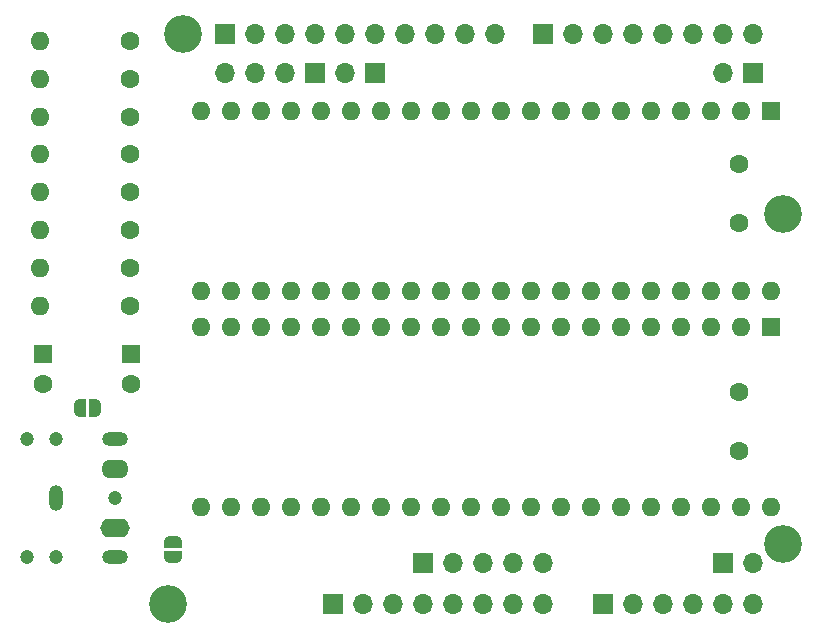
<source format=gbr>
%TF.GenerationSoftware,KiCad,Pcbnew,8.0.7*%
%TF.CreationDate,2025-09-11T19:41:31+01:00*%
%TF.ProjectId,ArduinoAY38910,41726475-696e-46f4-9159-33383931302e,rev?*%
%TF.SameCoordinates,Original*%
%TF.FileFunction,Soldermask,Top*%
%TF.FilePolarity,Negative*%
%FSLAX46Y46*%
G04 Gerber Fmt 4.6, Leading zero omitted, Abs format (unit mm)*
G04 Created by KiCad (PCBNEW 8.0.7) date 2025-09-11 19:41:31*
%MOMM*%
%LPD*%
G01*
G04 APERTURE LIST*
G04 Aperture macros list*
%AMFreePoly0*
4,1,19,0.500000,-0.750000,0.000000,-0.750000,0.000000,-0.744911,-0.071157,-0.744911,-0.207708,-0.704816,-0.327430,-0.627875,-0.420627,-0.520320,-0.479746,-0.390866,-0.500000,-0.250000,-0.500000,0.250000,-0.479746,0.390866,-0.420627,0.520320,-0.327430,0.627875,-0.207708,0.704816,-0.071157,0.744911,0.000000,0.744911,0.000000,0.750000,0.500000,0.750000,0.500000,-0.750000,0.500000,-0.750000,
$1*%
%AMFreePoly1*
4,1,19,0.000000,0.744911,0.071157,0.744911,0.207708,0.704816,0.327430,0.627875,0.420627,0.520320,0.479746,0.390866,0.500000,0.250000,0.500000,-0.250000,0.479746,-0.390866,0.420627,-0.520320,0.327430,-0.627875,0.207708,-0.704816,0.071157,-0.744911,0.000000,-0.744911,0.000000,-0.750000,-0.500000,-0.750000,-0.500000,0.750000,0.000000,0.750000,0.000000,0.744911,0.000000,0.744911,
$1*%
G04 Aperture macros list end*
%ADD10R,1.700000X1.700000*%
%ADD11O,1.700000X1.700000*%
%ADD12R,1.600000X1.600000*%
%ADD13C,1.600000*%
%ADD14O,1.600000X1.600000*%
%ADD15C,3.200000*%
%ADD16C,1.200000*%
%ADD17O,2.200000X1.200000*%
%ADD18O,2.300000X1.600000*%
%ADD19O,1.200000X2.200000*%
%ADD20O,2.500000X1.600000*%
%ADD21FreePoly0,270.000000*%
%ADD22FreePoly1,270.000000*%
%ADD23FreePoly0,180.000000*%
%ADD24FreePoly1,180.000000*%
G04 APERTURE END LIST*
D10*
%TO.C,J1*%
X127940000Y-97460000D03*
D11*
X130480000Y-97460000D03*
X133020000Y-97460000D03*
X135560000Y-97460000D03*
X138100000Y-97460000D03*
X140640000Y-97460000D03*
X143180000Y-97460000D03*
X145720000Y-97460000D03*
%TD*%
D10*
%TO.C,J3*%
X150800000Y-97460000D03*
D11*
X153340000Y-97460000D03*
X155880000Y-97460000D03*
X158420000Y-97460000D03*
X160960000Y-97460000D03*
X163500000Y-97460000D03*
%TD*%
D10*
%TO.C,J2*%
X118796000Y-49200000D03*
D11*
X121336000Y-49200000D03*
X123876000Y-49200000D03*
X126416000Y-49200000D03*
X128956000Y-49200000D03*
X131496000Y-49200000D03*
X134036000Y-49200000D03*
X136576000Y-49200000D03*
X139116000Y-49200000D03*
X141656000Y-49200000D03*
%TD*%
D10*
%TO.C,J4*%
X145720000Y-49200000D03*
D11*
X148260000Y-49200000D03*
X150800000Y-49200000D03*
X153340000Y-49200000D03*
X155880000Y-49200000D03*
X158420000Y-49200000D03*
X160960000Y-49200000D03*
X163500000Y-49200000D03*
%TD*%
D12*
%TO.C,C2*%
X110800000Y-76300000D03*
D13*
X110800000Y-78800000D03*
%TD*%
D10*
%TO.C,J9*%
X135560000Y-94000000D03*
D11*
X138100000Y-94000000D03*
X140640000Y-94000000D03*
X143180000Y-94000000D03*
X145720000Y-94000000D03*
%TD*%
D10*
%TO.C,J8*%
X160960000Y-94000000D03*
D11*
X163500000Y-94000000D03*
%TD*%
D10*
%TO.C,J10*%
X126416000Y-52500000D03*
D11*
X123876000Y-52500000D03*
X121336000Y-52500000D03*
X118796000Y-52500000D03*
%TD*%
D13*
%TO.C,R10*%
X110700000Y-69000000D03*
D14*
X103080000Y-69000000D03*
%TD*%
D13*
%TO.C,R1*%
X110700000Y-49800000D03*
D14*
X103080000Y-49800000D03*
%TD*%
D13*
%TO.C,R2*%
X110700000Y-53000000D03*
D14*
X103080000Y-53000000D03*
%TD*%
D12*
%TO.C,C1*%
X103400000Y-76300000D03*
D13*
X103400000Y-78800000D03*
%TD*%
D12*
%TO.C,U2*%
X165000000Y-74000000D03*
D14*
X162460000Y-74000000D03*
X159920000Y-74000000D03*
X157380000Y-74000000D03*
X154840000Y-74000000D03*
X152300000Y-74000000D03*
X149760000Y-74000000D03*
X147220000Y-74000000D03*
X144680000Y-74000000D03*
X142140000Y-74000000D03*
X139600000Y-74000000D03*
X137060000Y-74000000D03*
X134520000Y-74000000D03*
X131980000Y-74000000D03*
X129440000Y-74000000D03*
X126900000Y-74000000D03*
X124360000Y-74000000D03*
X121820000Y-74000000D03*
X119280000Y-74000000D03*
X116740000Y-74000000D03*
X116740000Y-89240000D03*
X119280000Y-89240000D03*
X121820000Y-89240000D03*
X124360000Y-89240000D03*
X126900000Y-89240000D03*
X129440000Y-89240000D03*
X131980000Y-89240000D03*
X134520000Y-89240000D03*
X137060000Y-89240000D03*
X139600000Y-89240000D03*
X142140000Y-89240000D03*
X144680000Y-89240000D03*
X147220000Y-89240000D03*
X149760000Y-89240000D03*
X152300000Y-89240000D03*
X154840000Y-89240000D03*
X157380000Y-89240000D03*
X159920000Y-89240000D03*
X162460000Y-89240000D03*
X165000000Y-89240000D03*
%TD*%
D12*
%TO.C,U1*%
X165000000Y-55750000D03*
D14*
X162460000Y-55750000D03*
X159920000Y-55750000D03*
X157380000Y-55750000D03*
X154840000Y-55750000D03*
X152300000Y-55750000D03*
X149760000Y-55750000D03*
X147220000Y-55750000D03*
X144680000Y-55750000D03*
X142140000Y-55750000D03*
X139600000Y-55750000D03*
X137060000Y-55750000D03*
X134520000Y-55750000D03*
X131980000Y-55750000D03*
X129440000Y-55750000D03*
X126900000Y-55750000D03*
X124360000Y-55750000D03*
X121820000Y-55750000D03*
X119280000Y-55750000D03*
X116740000Y-55750000D03*
X116740000Y-70990000D03*
X119280000Y-70990000D03*
X121820000Y-70990000D03*
X124360000Y-70990000D03*
X126900000Y-70990000D03*
X129440000Y-70990000D03*
X131980000Y-70990000D03*
X134520000Y-70990000D03*
X137060000Y-70990000D03*
X139600000Y-70990000D03*
X142140000Y-70990000D03*
X144680000Y-70990000D03*
X147220000Y-70990000D03*
X149760000Y-70990000D03*
X152300000Y-70990000D03*
X154840000Y-70990000D03*
X157380000Y-70990000D03*
X159920000Y-70990000D03*
X162460000Y-70990000D03*
X165000000Y-70990000D03*
%TD*%
D15*
%TO.C,MH1*%
X115240000Y-49200000D03*
%TD*%
D10*
%TO.C,J6*%
X163500000Y-52500000D03*
D11*
X160960000Y-52500000D03*
%TD*%
D13*
%TO.C,R8*%
X110700000Y-62600000D03*
D14*
X103080000Y-62600000D03*
%TD*%
D13*
%TO.C,C4*%
X162300000Y-79500000D03*
X162300000Y-84500000D03*
%TD*%
D16*
%TO.C,J5*%
X104480000Y-83500000D03*
X101980000Y-83500000D03*
X109480000Y-88500000D03*
X104480000Y-93500000D03*
X101980000Y-93500000D03*
D17*
X109480000Y-83500000D03*
D18*
X109480000Y-86000000D03*
D19*
X104480000Y-88500000D03*
D17*
X109480000Y-93500000D03*
D20*
X109480000Y-91000000D03*
%TD*%
D13*
%TO.C,R14*%
X110700000Y-72200000D03*
D14*
X103080000Y-72200000D03*
%TD*%
D13*
%TO.C,R7*%
X110700000Y-59400000D03*
D14*
X103080000Y-59400000D03*
%TD*%
D13*
%TO.C,R3*%
X110700000Y-56200000D03*
D14*
X103080000Y-56200000D03*
%TD*%
D21*
%TO.C,JP2*%
X114350000Y-92225000D03*
D22*
X114350000Y-93525000D03*
%TD*%
D15*
%TO.C,MH2*%
X113970000Y-97460000D03*
%TD*%
%TO.C,MH3*%
X166040000Y-64440000D03*
%TD*%
D13*
%TO.C,C3*%
X162300000Y-60250000D03*
X162300000Y-65250000D03*
%TD*%
D15*
%TO.C,MH4*%
X166040000Y-92380000D03*
%TD*%
D10*
%TO.C,J7*%
X131496000Y-52500000D03*
D11*
X128956000Y-52500000D03*
%TD*%
D23*
%TO.C,JP1*%
X107800000Y-80850000D03*
D24*
X106500000Y-80850000D03*
%TD*%
D13*
%TO.C,R9*%
X110700000Y-65800000D03*
D14*
X103080000Y-65800000D03*
%TD*%
M02*

</source>
